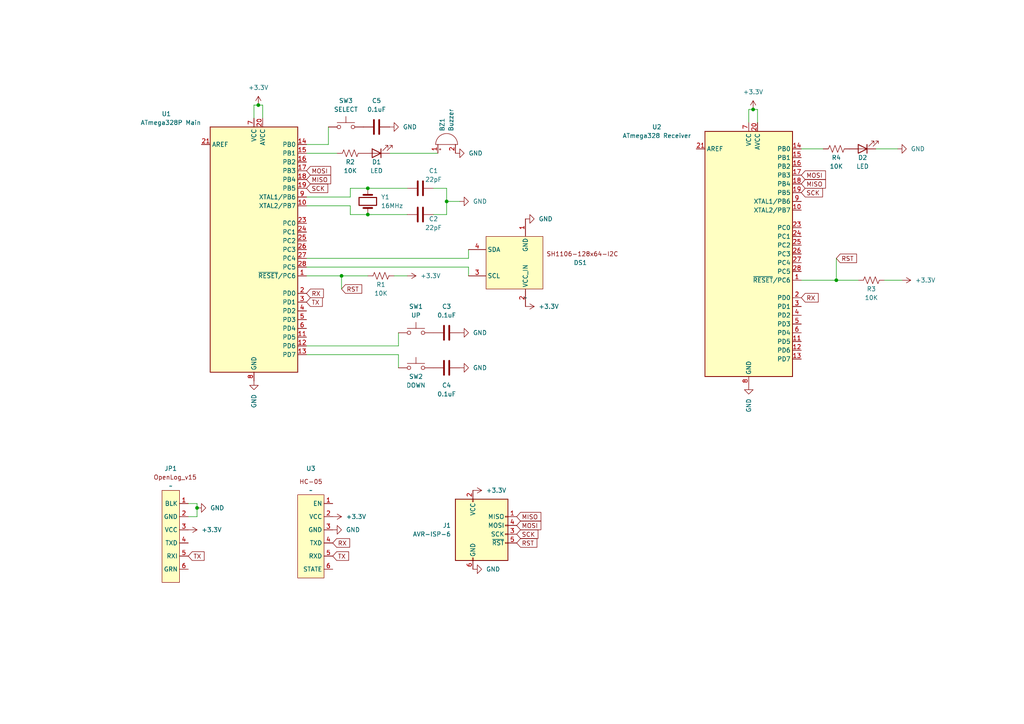
<source format=kicad_sch>
(kicad_sch (version 20230121) (generator eeschema)
  (paper "A4")
  (lib_symbols
    (symbol "Connector:AVR-ISP-6" (pin_names (offset 1.016))
      (property "Reference" "J" (at -6.35 11.43 0))
      (property "Value" "AVR-ISP-6" (at 0 11.43 0))
      (symbol "AVR-ISP-6_0_1"
        (rectangle (start -2.667 -6.858) (end -2.413 -7.62))
        (rectangle (start -2.667 10.16) (end -2.413 9.398))
        (rectangle (start 7.62 -2.413) (end 6.858 -2.667))
        (rectangle (start 7.62 0.127) (end 6.858 -0.127))
        (rectangle (start 7.62 2.667) (end 6.858 2.413))
        (rectangle (start 7.62 5.207) (end 6.858 4.953))
        (rectangle (start 7.62 10.16) (end -7.62 -7.62) (stroke (width 0.254)) (fill (type background)))
      )
      (symbol "AVR-ISP-6_1_1"
        (pin passive line (at 10.16 5.08 180) (length 2.54) (name "MISO") (number "1"))
        (pin passive line (at -2.54 12.7 270) (length 2.54) (name "VCC") (number "2"))
        (pin passive line (at 10.16 0 180) (length 2.54) (name "SCK") (number "3"))
        (pin passive line (at 10.16 2.54 180) (length 2.54) (name "MOSI") (number "4"))
        (pin passive line (at 10.16 -2.54 180) (length 2.54) (name "~{RST}") (number "5"))
        (pin passive line (at -2.54 -10.16 90) (length 2.54) (name "GND") (number "6"))
      )
    )
    (symbol "Device:Buzzer" (pin_names (offset 0.0254) hide)
      (property "Reference" "BZ" (at 3.81 1.27 0))
      (property "Value" "Buzzer" (at 3.81 -1.27 0))
      (symbol "Buzzer_0_1"
        (arc (start 0 -3.175) (mid 3.1612 0) (end 0 3.175))
        (polyline (pts (xy -1.651 1.905) (xy -1.143 1.905)))
        (polyline (pts (xy -1.397 2.159) (xy -1.397 1.651)))
        (polyline (pts (xy 0 3.175) (xy 0 -3.175)))
      )
      (symbol "Buzzer_1_1"
        (pin passive line (at -2.54 2.54 0) (length 2.54) (name "-") (number "1"))
        (pin passive line (at -2.54 -2.54 0) (length 2.54) (name "+") (number "2"))
      )
    )
    (symbol "Device:C" (pin_numbers hide) (pin_names (offset 0.254))
      (property "Reference" "C" (at 0.635 2.54 0))
      (property "Value" "C" (at 0.635 -2.54 0))
      (symbol "C_0_1"
        (polyline (pts (xy -2.032 -0.762) (xy 2.032 -0.762)) (stroke (width 0.508)))
        (polyline (pts (xy -2.032 0.762) (xy 2.032 0.762)) (stroke (width 0.508)))
      )
      (symbol "C_1_1"
        (pin passive line (at 0 3.81 270) (length 2.794) (name "~") (number "1"))
        (pin passive line (at 0 -3.81 90) (length 2.794) (name "~") (number "2"))
      )
    )
    (symbol "Device:Crystal" (pin_numbers hide) (pin_names (offset 1.016) hide)
      (property "Reference" "Y" (at 0 3.81 0))
      (property "Value" "Crystal" (at 0 -3.81 0))
      (symbol "Crystal_0_1"
        (rectangle (start -1.143 2.54) (end 1.143 -2.54) (stroke (width 0.3048)))
        (polyline (pts (xy -2.54 0) (xy -1.905 0)))
        (polyline (pts (xy -1.905 -1.27) (xy -1.905 1.27)) (stroke (width 0.508)))
        (polyline (pts (xy 1.905 -1.27) (xy 1.905 1.27)) (stroke (width 0.508)))
        (polyline (pts (xy 2.54 0) (xy 1.905 0)))
      )
      (symbol "Crystal_1_1"
        (pin passive line (at -3.81 0 0) (length 1.27) (name "1") (number "1"))
        (pin passive line (at 3.81 0 180) (length 1.27) (name "2") (number "2"))
      )
    )
    (symbol "Device:LED" (pin_numbers hide) (pin_names (offset 1.016) hide)
      (property "Reference" "D" (at 0 2.54 0))
      (property "Value" "LED" (at 0 -2.54 0))
      (symbol "LED_0_1"
        (polyline (pts (xy -1.27 -1.27) (xy -1.27 1.27)) (stroke (width 0.254)))
        (polyline (pts (xy -1.27 0) (xy 1.27 0)))
        (polyline (pts (xy 1.27 -1.27) (xy 1.27 1.27) (xy -1.27 0) (xy 1.27 -1.27)) (stroke (width 0.254)))
        (polyline (pts (xy -3.048 -0.762) (xy -4.572 -2.286) (xy -3.81 -2.286) (xy -4.572 -2.286) (xy -4.572 -1.524)))
        (polyline (pts (xy -1.778 -0.762) (xy -3.302 -2.286) (xy -2.54 -2.286) (xy -3.302 -2.286) (xy -3.302 -1.524)))
      )
      (symbol "LED_1_1"
        (pin passive line (at -3.81 0 0) (length 2.54) (name "K") (number "1"))
        (pin passive line (at 3.81 0 180) (length 2.54) (name "A") (number "2"))
      )
    )
    (symbol "Device:R_US" (pin_numbers hide) (pin_names (offset 0))
      (property "Reference" "R" (at 2.54 0 90))
      (property "Value" "R_US" (at -2.54 0 90))
      (symbol "R_US_0_1"
        (polyline (pts (xy 0 -2.286) (xy 0 -2.54)))
        (polyline (pts (xy 0 2.286) (xy 0 2.54)))
        (polyline (pts (xy 0 -0.762) (xy 1.016 -1.143) (xy 0 -1.524) (xy -1.016 -1.905) (xy 0 -2.286)))
        (polyline (pts (xy 0 0.762) (xy 1.016 0.381) (xy 0 0) (xy -1.016 -0.381) (xy 0 -0.762)))
        (polyline (pts (xy 0 2.286) (xy 1.016 1.905) (xy 0 1.524) (xy -1.016 1.143) (xy 0 0.762)))
      )
      (symbol "R_US_1_1"
        (pin passive line (at 0 3.81 270) (length 1.27) (name "~") (number "1"))
        (pin passive line (at 0 -3.81 90) (length 1.27) (name "~") (number "2"))
      )
    )
    (symbol "MCU_Microchip_ATmega:ATmega328P-P"
      (property "Reference" "U" (at -12.7 36.83 0))
      (property "Value" "ATmega328P-P" (at 2.54 -36.83 0))
      (symbol "ATmega328P-P_0_1"
        (rectangle (start -12.7 -35.56) (end 12.7 35.56) (stroke (width 0.254)) (fill (type background)))
      )
      (symbol "ATmega328P-P_1_1"
        (pin bidirectional line (at 15.24 -7.62 180) (length 2.54) (name "~{RESET}/PC6") (number "1"))
        (pin bidirectional line (at 15.24 12.7 180) (length 2.54) (name "XTAL2/PB7") (number "10"))
        (pin bidirectional line (at 15.24 -25.4 180) (length 2.54) (name "PD5") (number "11"))
        (pin bidirectional line (at 15.24 -27.94 180) (length 2.54) (name "PD6") (number "12"))
        (pin bidirectional line (at 15.24 -30.48 180) (length 2.54) (name "PD7") (number "13"))
        (pin bidirectional line (at 15.24 30.48 180) (length 2.54) (name "PB0") (number "14"))
        (pin bidirectional line (at 15.24 27.94 180) (length 2.54) (name "PB1") (number "15"))
        (pin bidirectional line (at 15.24 25.4 180) (length 2.54) (name "PB2") (number "16"))
        (pin bidirectional line (at 15.24 22.86 180) (length 2.54) (name "PB3") (number "17"))
        (pin bidirectional line (at 15.24 20.32 180) (length 2.54) (name "PB4") (number "18"))
        (pin bidirectional line (at 15.24 17.78 180) (length 2.54) (name "PB5") (number "19"))
        (pin bidirectional line (at 15.24 -12.7 180) (length 2.54) (name "PD0") (number "2"))
        (pin power_in line (at 2.54 38.1 270) (length 2.54) (name "AVCC") (number "20"))
        (pin passive line (at -15.24 30.48 0) (length 2.54) (name "AREF") (number "21"))
        (pin passive line (at 0 -38.1 90) (length 2.54) hide (name "GND") (number "22"))
        (pin bidirectional line (at 15.24 7.62 180) (length 2.54) (name "PC0") (number "23"))
        (pin bidirectional line (at 15.24 5.08 180) (length 2.54) (name "PC1") (number "24"))
        (pin bidirectional line (at 15.24 2.54 180) (length 2.54) (name "PC2") (number "25"))
        (pin bidirectional line (at 15.24 0 180) (length 2.54) (name "PC3") (number "26"))
        (pin bidirectional line (at 15.24 -2.54 180) (length 2.54) (name "PC4") (number "27"))
        (pin bidirectional line (at 15.24 -5.08 180) (length 2.54) (name "PC5") (number "28"))
        (pin bidirectional line (at 15.24 -15.24 180) (length 2.54) (name "PD1") (number "3"))
        (pin bidirectional line (at 15.24 -17.78 180) (length 2.54) (name "PD2") (number "4"))
        (pin bidirectional line (at 15.24 -20.32 180) (length 2.54) (name "PD3") (number "5"))
        (pin bidirectional line (at 15.24 -22.86 180) (length 2.54) (name "PD4") (number "6"))
        (pin power_in line (at 0 38.1 270) (length 2.54) (name "VCC") (number "7"))
        (pin power_in line (at 0 -38.1 90) (length 2.54) (name "GND") (number "8"))
        (pin bidirectional line (at 15.24 15.24 180) (length 2.54) (name "XTAL1/PB6") (number "9"))
      )
    )
    (symbol "New_Library:SH1106_128x64"
      (property "Reference" "DS" (at -8.89 0 0))
      (symbol "SH1106_128x64_1_1"
        (rectangle (start -5.08 7.62) (end 11.43 -7.62) (fill (type background)))
        (text "SH1106-128x64-I2C" (at -16.51 -2.54 0) (effects (font (size 1.27 1.27))))
        (pin power_in line (at 0 -12.7 90) (length 5) (name "GND") (number "1"))
        (pin power_in line (at 0 12.7 270) (length 5) (name "VCC_IN") (number "2"))
        (pin input line (at 16.51 3.81 180) (length 5) (name "SCL") (number "3"))
        (pin input line (at 16.51 -3.81 180) (length 5) (name "SDA") (number "4"))
      )
    )
    (symbol "New_Library_1:Serial_Header"
      (property "Reference" "JP2" (at 0 6.35 0))
      (symbol "Serial_Header_1_1"
        (rectangle (start -2.54 5.08) (end 2.54 -21.59) (fill (type background)))
        (text "OpenLog_v15" (at 1.27 8.89 0) (effects (font (size 1.27 1.27))))
        (pin input line (at 5.08 1.27 180) (length 2.54) (name "BLK") (number "1"))
        (pin input line (at 5.08 -2.54 180) (length 2.54) (name "GND") (number "2"))
        (pin input line (at 5.08 -6.35 180) (length 2.54) (name "VCC") (number "3"))
        (pin input line (at 5.08 -10.16 180) (length 2.54) (name "TXD") (number "4"))
        (pin input line (at 5.08 -13.97 180) (length 2.54) (name "RXI") (number "5"))
        (pin input line (at 5.08 -17.78 180) (length 2.54) (name "GRN") (number "6"))
      )
    )
    (symbol "New_Library_2:HC-05"
      (property "Reference" "U" (at 0 7.62 0))
      (symbol "HC-05_1_1"
        (rectangle (start -3.81 6.35) (end 3.81 -17.78) (fill (type background)))
        (text "HC-05\n" (at 0 10.16 0) (effects (font (size 1.27 1.27))))
        (pin input line (at 6.35 3.81 180) (length 2.54) (name "EN") (number "1"))
        (pin input line (at 6.35 0 180) (length 2.54) (name "VCC") (number "2"))
        (pin input line (at 6.35 -3.81 180) (length 2.54) (name "GND") (number "3"))
        (pin input line (at 6.35 -7.62 180) (length 2.54) (name "TXD") (number "4"))
        (pin input line (at 6.35 -11.43 180) (length 2.54) (name "RXD") (number "5"))
        (pin input line (at 6.35 -15.24 180) (length 2.54) (name "STATE") (number "6"))
      )
    )
    (symbol "Switch:SW_Push" (pin_numbers hide) (pin_names (offset 1.016) hide)
      (property "Reference" "SW" (at 1.27 2.54 0))
      (property "Value" "SW_Push" (at 0 -1.524 0))
      (symbol "SW_Push_0_1"
        (circle (center -2.032 0) (radius 0.508))
        (polyline (pts (xy 0 1.27) (xy 0 3.048)))
        (polyline (pts (xy 2.54 1.27) (xy -2.54 1.27)))
        (circle (center 2.032 0) (radius 0.508))
        (pin passive line (at -5.08 0 0) (length 2.54) (name "1") (number "1"))
        (pin passive line (at 5.08 0 180) (length 2.54) (name "2") (number "2"))
      )
    )
    (symbol "power:+3.3V" (power) (pin_names (offset 0))
      (property "Value" "+3.3V" (at 0 3.556 0))
      (symbol "+3.3V_0_1"
        (polyline (pts (xy -0.762 1.27) (xy 0 2.54)))
        (polyline (pts (xy 0 0) (xy 0 2.54)))
        (polyline (pts (xy 0 2.54) (xy 0.762 1.27)))
      )
      (symbol "+3.3V_1_1"
        (pin power_in line (at 0 0 90) (length 0) hide (name "+3.3V") (number "1"))
      )
    )
    (symbol "power:GND" (power) (pin_names (offset 0))
      (property "Value" "GND" (at 0 -3.81 0))
      (symbol "GND_0_1"
        (polyline (pts (xy 0 0) (xy 0 -1.27) (xy 1.27 -1.27) (xy 0 -2.54) (xy -1.27 -1.27) (xy 0 -1.27)))
      )
      (symbol "GND_1_1"
        (pin power_in line (at 0 0 270) (length 0) hide (name "GND") (number "1"))
      )
    )
  )
  (junction (at 106.68 62.23))
  (junction (at 74.93 30.48))
  (junction (at 106.68 54.61))
  (junction (at 218.44 31.75))
  (junction (at 242.57 81.28))
  (junction (at 99.06 80.01))
  (junction (at 129.54 58.42))
  (junction (at 57.15 147.32))
  (wire (pts (xy 217.17 31.75) (xy 218.44 31.75)))
  (wire (pts (xy 95.25 41.91) (xy 88.9 41.91)))
  (wire (pts (xy 135.89 77.47) (xy 135.89 80.01)))
  (wire (pts (xy 101.6 62.23) (xy 101.6 59.69)))
  (wire (pts (xy 57.15 146.05) (xy 57.15 147.32)))
  (wire (pts (xy 217.17 35.56) (xy 217.17 31.75)))
  (wire (pts (xy 115.57 106.68) (xy 115.57 102.87)))
  (wire (pts (xy 113.03 44.45) (xy 127 44.45)))
  (wire (pts (xy 261.62 81.28) (xy 256.54 81.28)))
  (wire (pts (xy 73.66 30.48) (xy 74.93 30.48)))
  (wire (pts (xy 115.57 96.52) (xy 115.57 100.33)))
  (wire (pts (xy 125.73 62.23) (xy 129.54 62.23)))
  (wire (pts (xy 129.54 54.61) (xy 129.54 58.42)))
  (wire (pts (xy 254 43.18) (xy 260.35 43.18)))
  (wire (pts (xy 99.06 83.82) (xy 99.06 80.01)))
  (wire (pts (xy 118.11 80.01) (xy 114.3 80.01)))
  (wire (pts (xy 106.68 62.23) (xy 101.6 62.23)))
  (wire (pts (xy 101.6 54.61) (xy 101.6 57.15)))
  (wire (pts (xy 135.89 72.39) (xy 135.89 74.93)))
  (wire (pts (xy 76.2 34.29) (xy 76.2 30.48)))
  (wire (pts (xy 219.71 31.75) (xy 218.44 31.75)))
  (wire (pts (xy 88.9 57.15) (xy 101.6 57.15)))
  (wire (pts (xy 242.57 81.28) (xy 248.92 81.28)))
  (wire (pts (xy 88.9 80.01) (xy 99.06 80.01)))
  (wire (pts (xy 57.15 149.86) (xy 57.15 147.32)))
  (wire (pts (xy 106.68 62.23) (xy 118.11 62.23)))
  (wire (pts (xy 135.89 74.93) (xy 88.9 74.93)))
  (wire (pts (xy 115.57 100.33) (xy 88.9 100.33)))
  (wire (pts (xy 232.41 81.28) (xy 242.57 81.28)))
  (wire (pts (xy 101.6 54.61) (xy 106.68 54.61)))
  (wire (pts (xy 76.2 30.48) (xy 74.93 30.48)))
  (wire (pts (xy 99.06 80.01) (xy 106.68 80.01)))
  (wire (pts (xy 88.9 44.45) (xy 97.79 44.45)))
  (wire (pts (xy 54.61 146.05) (xy 57.15 146.05)))
  (wire (pts (xy 73.66 34.29) (xy 73.66 30.48)))
  (wire (pts (xy 242.57 74.93) (xy 242.57 81.28)))
  (wire (pts (xy 88.9 77.47) (xy 135.89 77.47)))
  (wire (pts (xy 219.71 35.56) (xy 219.71 31.75)))
  (wire (pts (xy 95.25 36.83) (xy 95.25 41.91)))
  (wire (pts (xy 125.73 54.61) (xy 129.54 54.61)))
  (wire (pts (xy 129.54 62.23) (xy 129.54 58.42)))
  (wire (pts (xy 133.35 58.42) (xy 129.54 58.42)))
  (wire (pts (xy 106.68 54.61) (xy 118.11 54.61)))
  (wire (pts (xy 115.57 102.87) (xy 88.9 102.87)))
  (wire (pts (xy 88.9 59.69) (xy 101.6 59.69)))
  (wire (pts (xy 238.76 43.18) (xy 232.41 43.18)))
  (wire (pts (xy 54.61 149.86) (xy 57.15 149.86)))
  (global_label "MISO" (shape input) (at 88.9 52.07 0) (property "Intersheetrefs" "${INTERSHEET_REFS}" (effects hide)))
  (global_label "MOSI" (shape input) (at 88.9 49.53 0) (property "Intersheetrefs" "${INTERSHEET_REFS}" (effects hide)))
  (global_label "RST" (shape input) (at 99.06 83.82 0) (property "Intersheetrefs" "${INTERSHEET_REFS}" (effects hide)))
  (global_label "TX" (shape input) (at 88.9 87.63 0) (property "Intersheetrefs" "${INTERSHEET_REFS}" (effects hide)))
  (global_label "RX" (shape input) (at 232.41 86.36 0) (property "Intersheetrefs" "${INTERSHEET_REFS}" (effects hide)))
  (global_label "RST" (shape input) (at 149.86 157.48 0) (property "Intersheetrefs" "${INTERSHEET_REFS}" (effects hide)))
  (global_label "SCK" (shape input) (at 149.86 154.94 0) (property "Intersheetrefs" "${INTERSHEET_REFS}" (effects hide)))
  (global_label "RX" (shape input) (at 96.52 157.48 0) (property "Intersheetrefs" "${INTERSHEET_REFS}" (effects hide)))
  (global_label "TX" (shape input) (at 54.61 161.29 0) (property "Intersheetrefs" "${INTERSHEET_REFS}" (effects hide)))
  (global_label "SCK" (shape input) (at 232.41 55.88 0) (property "Intersheetrefs" "${INTERSHEET_REFS}" (effects hide)))
  (global_label "MOSI" (shape input) (at 149.86 152.4 0) (property "Intersheetrefs" "${INTERSHEET_REFS}" (effects hide)))
  (global_label "SCK" (shape input) (at 88.9 54.61 0) (property "Intersheetrefs" "${INTERSHEET_REFS}" (effects hide)))
  (global_label "RST" (shape input) (at 242.57 74.93 0) (property "Intersheetrefs" "${INTERSHEET_REFS}" (effects hide)))
  (global_label "TX" (shape input) (at 96.52 161.29 0) (property "Intersheetrefs" "${INTERSHEET_REFS}" (effects hide)))
  (global_label "MISO" (shape input) (at 232.41 53.34 0) (property "Intersheetrefs" "${INTERSHEET_REFS}" (effects hide)))
  (global_label "RX" (shape input) (at 88.9 85.09 0) (property "Intersheetrefs" "${INTERSHEET_REFS}" (effects hide)))
  (global_label "MOSI" (shape input) (at 232.41 50.8 0) (property "Intersheetrefs" "${INTERSHEET_REFS}" (effects hide)))
  (global_label "MISO" (shape input) (at 149.86 149.86 0) (property "Intersheetrefs" "${INTERSHEET_REFS}" (effects hide)))
  (symbol (lib_id "New_Library_2:HC-05") (at 90.17 149.86 0) (unit 1)
    (property "Reference" "U3" (at 90.17 135.89 0))
    (property "Value" "~" (at 90.17 142.24 0))
  )
  (symbol (lib_id "power:GND") (at 260.35 43.18 90) (unit 1)
    (property "Reference" "#PWR016" (effects hide))
    (property "Value" "GND" (at 264.16 43.18 90) (effects (justify right)))
  )
  (symbol (lib_id "power:+3.3V") (at 118.11 80.01 270) (unit 1)
    (property "Reference" "#PWR05" (effects hide))
    (property "Value" "+3.3V" (at 121.92 80.01 90) (effects (justify left)))
  )
  (symbol (lib_id "Connector:AVR-ISP-6") (at 139.7 154.94 0) (unit 1)
    (property "Reference" "J1" (at 130.81 152.4 0) (effects (justify right)))
    (property "Value" "AVR-ISP-6" (at 130.81 154.94 0) (effects (justify right)))
    (property "Datasheet" " ~" (effects hide))
  )
  (symbol (lib_id "Device:R_US") (at 110.49 80.01 90) (unit 1)
    (property "Reference" "R1" (at 110.49 82.55 90))
    (property "Value" "10K" (at 110.49 85.09 90))
  )
  (symbol (lib_id "New_Library:SH1106_128x64") (at 152.4 76.2 180) (unit 1)
    (property "Reference" "DS1" (at 166.37 76.2 0) (effects (justify right)))
    (property "Value" "~" (at 152.4 86.36 0))
  )
  (symbol (lib_id "power:GND") (at 217.17 111.76 0) (unit 1)
    (property "Reference" "#PWR015" (effects hide))
    (property "Value" "GND" (at 217.17 115.57 90) (effects (justify right)))
  )
  (symbol (lib_id "Device:R_US") (at 242.57 43.18 90) (unit 1)
    (property "Reference" "R4" (at 242.57 45.72 90))
    (property "Value" "10K" (at 242.57 48.26 90))
  )
  (symbol (lib_id "power:GND") (at 137.16 165.1 90) (unit 1)
    (property "Reference" "#PWR010" (effects hide))
    (property "Value" "GND" (at 140.97 165.1 90) (effects (justify right)))
  )
  (symbol (lib_id "Device:Crystal") (at 106.68 58.42 90) (unit 1)
    (property "Reference" "Y1" (at 110.49 57.15 90) (effects (justify right)))
    (property "Value" "16MHz" (at 110.49 59.69 90) (effects (justify right)))
  )
  (symbol (lib_id "power:+3.3V") (at 96.52 149.86 270) (unit 1)
    (property "Reference" "#PWR020" (effects hide))
    (property "Value" "+3.3V" (at 100.33 149.86 90) (effects (justify left)))
  )
  (symbol (lib_id "power:GND") (at 152.4 63.5 90) (unit 1)
    (property "Reference" "#PWR03" (effects hide))
    (property "Value" "GND" (at 156.21 63.5 90) (effects (justify right)))
  )
  (symbol (lib_id "Switch:SW_Push") (at 120.65 96.52 0) (unit 1)
    (property "Reference" "SW1" (at 120.65 88.9 0))
    (property "Value" "UP" (at 120.65 91.44 0))
  )
  (symbol (lib_id "power:GND") (at 133.35 58.42 90) (unit 1)
    (property "Reference" "#PWR02" (effects hide))
    (property "Value" "GND" (at 137.16 58.42 90) (effects (justify right)))
  )
  (symbol (lib_id "Switch:SW_Push") (at 100.33 36.83 0) (unit 1)
    (property "Reference" "SW3" (at 100.33 29.21 0))
    (property "Value" "SELECT" (at 100.33 31.75 0))
  )
  (symbol (lib_id "New_Library_1:Serial_Header") (at 49.53 147.32 0) (unit 1)
    (property "Reference" "JP1" (at 49.53 135.89 0))
    (property "Value" "~" (at 49.53 140.97 0))
  )
  (symbol (lib_id "power:GND") (at 133.35 96.52 90) (unit 1)
    (property "Reference" "#PWR06" (effects hide))
    (property "Value" "GND" (at 137.16 96.52 90) (effects (justify right)))
  )
  (symbol (lib_id "Switch:SW_Push") (at 120.65 106.68 0) (unit 1)
    (property "Reference" "SW2" (at 120.65 109.22 0))
    (property "Value" "DOWN" (at 120.65 111.76 0))
  )
  (symbol (lib_id "power:GND") (at 96.52 153.67 90) (unit 1)
    (property "Reference" "#PWR019" (effects hide))
    (property "Value" "GND" (at 100.33 153.67 90) (effects (justify right)))
  )
  (symbol (lib_id "Device:R_US") (at 101.6 44.45 90) (unit 1)
    (property "Reference" "R2" (at 101.6 46.99 90))
    (property "Value" "10K" (at 101.6 49.53 90))
  )
  (symbol (lib_id "power:GND") (at 57.15 147.32 90) (unit 1)
    (property "Reference" "#PWR018" (effects hide))
    (property "Value" "GND" (at 60.96 147.32 90) (effects (justify right)))
  )
  (symbol (lib_id "Device:C") (at 129.54 96.52 90) (unit 1)
    (property "Reference" "C3" (at 129.54 88.9 90))
    (property "Value" "0.1uF" (at 129.54 91.44 90))
  )
  (symbol (lib_id "power:+3.3V") (at 137.16 142.24 270) (unit 1)
    (property "Reference" "#PWR011" (effects hide))
    (property "Value" "+3.3V" (at 140.97 142.24 90) (effects (justify left)))
  )
  (symbol (lib_id "power:+3.3V") (at 261.62 81.28 270) (unit 1)
    (property "Reference" "#PWR014" (effects hide))
    (property "Value" "+3.3V" (at 265.43 81.28 90) (effects (justify left)))
  )
  (symbol (lib_id "power:GND") (at 133.35 106.68 90) (unit 1)
    (property "Reference" "#PWR07" (effects hide))
    (property "Value" "GND" (at 137.16 106.68 90) (effects (justify right)))
  )
  (symbol (lib_id "Device:LED") (at 250.19 43.18 180) (unit 1)
    (property "Reference" "D2" (at 250.19 45.72 0))
    (property "Value" "LED" (at 250.19 48.26 0))
  )
  (symbol (lib_id "Device:C") (at 121.92 54.61 90) (unit 1)
    (property "Reference" "C1" (at 125.73 49.53 90))
    (property "Value" "22pF" (at 125.73 52.07 90))
  )
  (symbol (lib_id "power:GND") (at 132.08 44.45 90) (unit 1)
    (property "Reference" "#PWR09" (effects hide))
    (property "Value" "GND" (at 135.89 44.45 90) (effects (justify right)))
  )
  (symbol (lib_id "Device:Buzzer") (at 129.54 41.91 90) (unit 1)
    (property "Reference" "BZ1" (at 128.27 38.1 0) (effects (justify left)))
    (property "Value" "Buzzer" (at 130.81 38.1 0) (effects (justify left)))
  )
  (symbol (lib_id "power:GND") (at 113.03 36.83 90) (unit 1)
    (property "Reference" "#PWR08" (effects hide))
    (property "Value" "GND" (at 116.84 36.83 90) (effects (justify right)))
  )
  (symbol (lib_id "Device:C") (at 121.92 62.23 90) (unit 1)
    (property "Reference" "C2" (at 125.73 63.5 90))
    (property "Value" "22pF" (at 125.73 66.04 90))
  )
  (symbol (lib_id "power:+3.3V") (at 218.44 31.75 0) (unit 1)
    (property "Reference" "#PWR013" (effects hide))
    (property "Value" "+3.3V" (at 218.44 26.67 0))
  )
  (symbol (lib_id "power:+3.3V") (at 74.93 30.48 0) (unit 1)
    (property "Reference" "#PWR01" (effects hide))
    (property "Value" "+3.3V" (at 74.93 25.4 0))
  )
  (symbol (lib_id "power:+3.3V") (at 152.4 88.9 270) (unit 1)
    (property "Reference" "#PWR04" (effects hide))
    (property "Value" "+3.3V" (at 156.21 88.9 90) (effects (justify left)))
  )
  (symbol (lib_id "MCU_Microchip_ATmega:ATmega328P-P") (at 217.17 73.66 0) (unit 1)
    (property "Reference" "U2" (at 190.5 36.83 0))
    (property "Value" "ATmega328 Receiver" (at 190.5 39.37 0))
    (property "Footprint" "Package_DIP:DIP-28_W7.62mm" (effects hide))
    (property "Datasheet" "http://ww1.microchip.com/downloads/en/DeviceDoc/ATmega328_P%20AVR%20MCU%20with%20picoPower%20Technology%20Data%20Sheet%2040001984A.pdf" (effects hide))
  )
  (symbol (lib_id "power:GND") (at 73.66 110.49 0) (unit 1)
    (property "Reference" "#PWR012" (effects hide))
    (property "Value" "GND" (at 73.66 114.3 90) (effects (justify right)))
  )
  (symbol (lib_id "MCU_Microchip_ATmega:ATmega328P-P") (at 73.66 72.39 0) (unit 1)
    (property "Reference" "U1" (at 48.26 33.02 0))
    (property "Value" "ATmega328P Main" (at 49.53 35.56 0))
    (property "Footprint" "Package_DIP:DIP-28_W7.62mm" (effects hide))
    (property "Datasheet" "http://ww1.microchip.com/downloads/en/DeviceDoc/ATmega328_P%20AVR%20MCU%20with%20picoPower%20Technology%20Data%20Sheet%2040001984A.pdf" (effects hide))
  )
  (symbol (lib_id "Device:R_US") (at 252.73 81.28 90) (unit 1)
    (property "Reference" "R3" (at 252.73 83.82 90))
    (property "Value" "10K" (at 252.73 86.36 90))
  )
  (symbol (lib_id "power:+3.3V") (at 54.61 153.67 270) (unit 1)
    (property "Reference" "#PWR017" (effects hide))
    (property "Value" "+3.3V" (at 58.42 153.67 90) (effects (justify left)))
  )
  (symbol (lib_id "Device:LED") (at 109.22 44.45 180) (unit 1)
    (property "Reference" "D1" (at 109.22 46.99 0))
    (property "Value" "LED" (at 109.22 49.53 0))
  )
  (symbol (lib_id "Device:C") (at 129.54 106.68 90) (unit 1)
    (property "Reference" "C4" (at 129.54 111.76 90))
    (property "Value" "0.1uF" (at 129.54 114.3 90))
  )
  (symbol (lib_id "Device:C") (at 109.22 36.83 90) (unit 1)
    (property "Reference" "C5" (at 109.22 29.21 90))
    (property "Value" "0.1uF" (at 109.22 31.75 90))
  )
)
</source>
